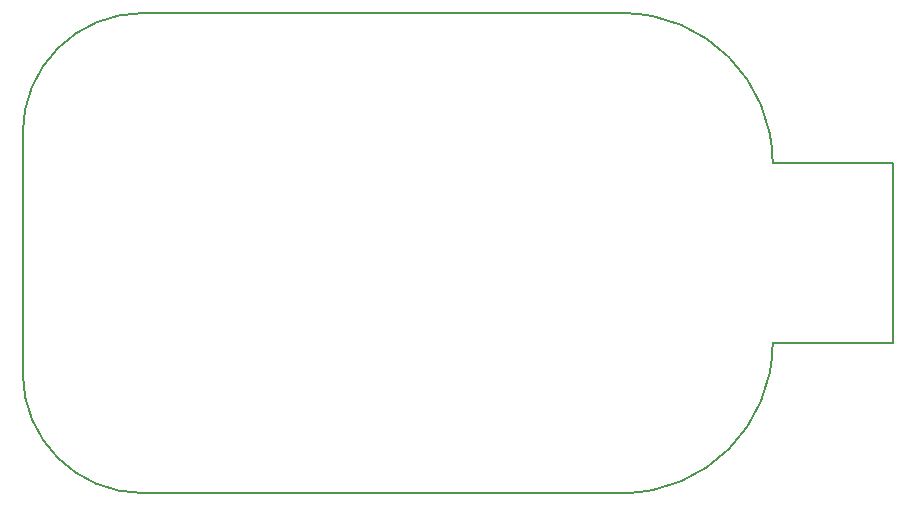
<source format=gbr>
G04 #@! TF.FileFunction,Profile,NP*
%FSLAX46Y46*%
G04 Gerber Fmt 4.6, Leading zero omitted, Abs format (unit mm)*
G04 Created by KiCad (PCBNEW 4.0.6) date 06/16/17 19:06:26*
%MOMM*%
%LPD*%
G01*
G04 APERTURE LIST*
%ADD10C,0.100000*%
%ADD11C,0.150000*%
G04 APERTURE END LIST*
D10*
D11*
X162560000Y-83820000D02*
G75*
G02X175260000Y-96520000I0J-12700000D01*
G01*
X175260000Y-111760000D02*
G75*
G02X162560000Y-124460000I-12700000J0D01*
G01*
X111760000Y-114300000D02*
G75*
G03X121920000Y-124460000I10160000J0D01*
G01*
X121920000Y-83820000D02*
G75*
G03X111760000Y-93980000I0J-10160000D01*
G01*
X111760000Y-114300000D02*
X111760000Y-114300000D01*
X111760000Y-93980000D02*
X111760000Y-114300000D01*
X185420000Y-96520000D02*
X175260000Y-96520000D01*
X185420000Y-111760000D02*
X185420000Y-96520000D01*
X175260000Y-111760000D02*
X185420000Y-111760000D01*
X121920000Y-124460000D02*
X162560000Y-124460000D01*
X121920000Y-83820000D02*
X162560000Y-83820000D01*
M02*

</source>
